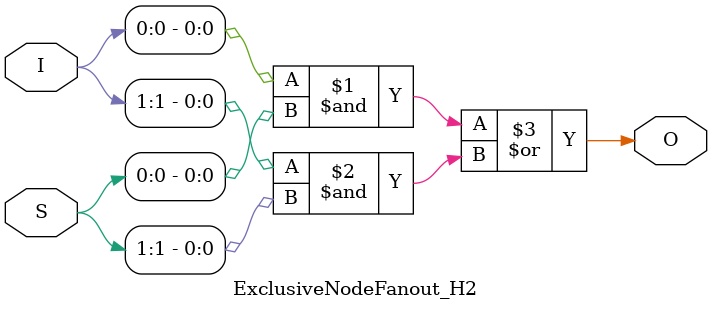
<source format=sv>
module ExclusiveNodeFanout_H2 (
  input logic [1:0] I,
  input logic [1:0] S,
  output logic O
);

assign O = (I[0] & S[0]) | (I[1] & S[1]);
endmodule   // ExclusiveNodeFanout_H2


</source>
